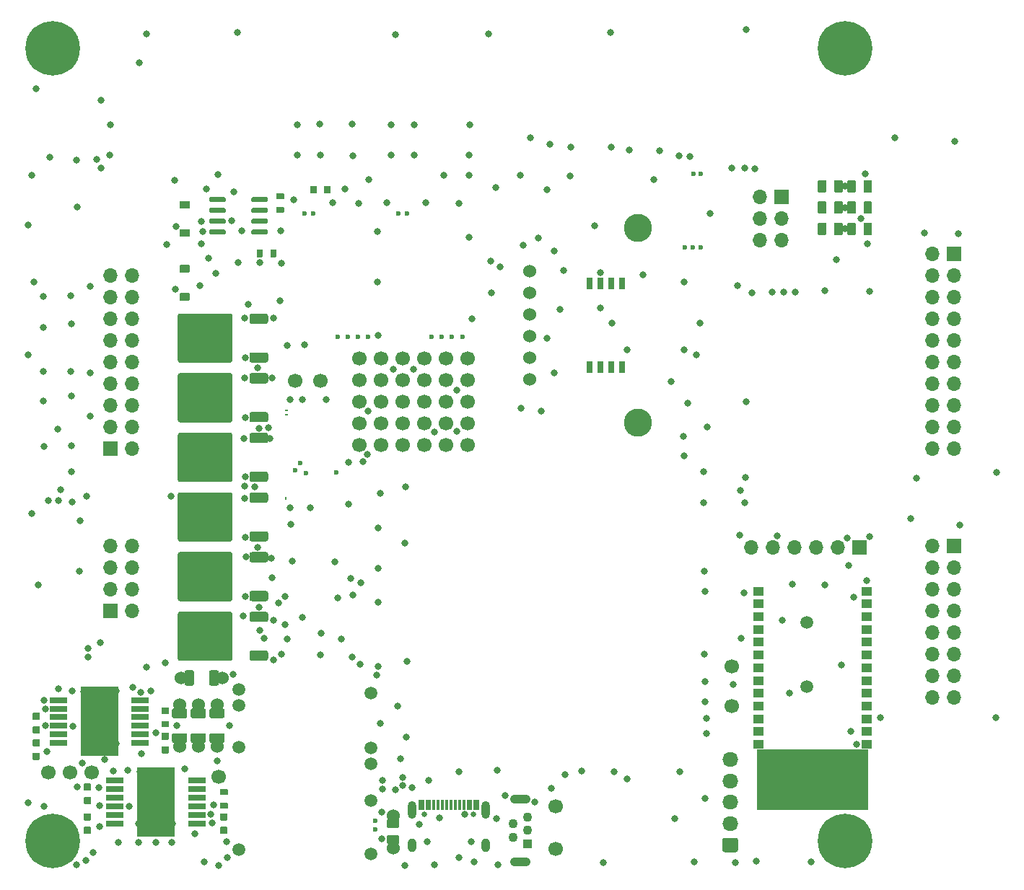
<source format=gts>
G04 #@! TF.GenerationSoftware,KiCad,Pcbnew,8.0.4*
G04 #@! TF.CreationDate,2024-10-18T14:39:33+02:00*
G04 #@! TF.ProjectId,uefi2,75656669-322e-46b6-9963-61645f706362,C*
G04 #@! TF.SameCoordinates,PX2fb21b8PY98952e8*
G04 #@! TF.FileFunction,Soldermask,Top*
G04 #@! TF.FilePolarity,Negative*
%FSLAX46Y46*%
G04 Gerber Fmt 4.6, Leading zero omitted, Abs format (unit mm)*
G04 Created by KiCad (PCBNEW 8.0.4) date 2024-10-18 14:39:33*
%MOMM*%
%LPD*%
G01*
G04 APERTURE LIST*
%ADD10C,0.120000*%
%ADD11C,1.700000*%
%ADD12C,0.800000*%
%ADD13C,6.400000*%
%ADD14C,1.524000*%
%ADD15O,1.850000X1.700000*%
%ADD16C,0.600000*%
%ADD17R,1.100000X1.100000*%
%ADD18C,1.100000*%
%ADD19O,2.400000X1.100000*%
%ADD20C,1.500000*%
%ADD21O,0.250000X0.499999*%
%ADD22O,0.499999X0.250000*%
%ADD23C,0.599999*%
%ADD24R,1.300000X1.000000*%
%ADD25R,2.000000X0.650000*%
%ADD26R,4.500000X8.100000*%
%ADD27C,0.650000*%
%ADD28R,0.300000X1.150000*%
%ADD29O,1.000000X2.100000*%
%ADD30O,1.000000X1.600000*%
%ADD31R,1.700000X1.700000*%
%ADD32O,1.700000X1.700000*%
%ADD33C,3.302000*%
%ADD34R,0.690000X1.350000*%
G04 APERTURE END LIST*
D10*
G04 #@! TO.C,U5*
X99137400Y7219600D02*
X86137400Y7219600D01*
X86137400Y14219600D01*
X99137400Y14219600D01*
X99137400Y7219600D01*
G36*
X99137400Y7219600D02*
G01*
X86137400Y7219600D01*
X86137400Y14219600D01*
X99137400Y14219600D01*
X99137400Y7219600D01*
G37*
G04 #@! TD*
G04 #@! TO.C,R40*
G36*
G01*
X96731778Y74686000D02*
X96731778Y75936000D01*
G75*
G02*
X96831778Y76036000I100000J0D01*
G01*
X97631778Y76036000D01*
G75*
G02*
X97731778Y75936000I0J-100000D01*
G01*
X97731778Y74686000D01*
G75*
G02*
X97631778Y74586000I-100000J0D01*
G01*
X96831778Y74586000D01*
G75*
G02*
X96731778Y74686000I0J100000D01*
G01*
G37*
G36*
G01*
X98631800Y74686000D02*
X98631800Y75936000D01*
G75*
G02*
X98731800Y76036000I100000J0D01*
G01*
X99531800Y76036000D01*
G75*
G02*
X99631800Y75936000I0J-100000D01*
G01*
X99631800Y74686000D01*
G75*
G02*
X99531800Y74586000I-100000J0D01*
G01*
X98731800Y74586000D01*
G75*
G02*
X98631800Y74686000I0J100000D01*
G01*
G37*
G04 #@! TD*
G04 #@! TO.C,U7*
G36*
G01*
X28762400Y75104600D02*
X28762400Y74804600D01*
G75*
G02*
X28612400Y74654600I-150000J0D01*
G01*
X26962400Y74654600D01*
G75*
G02*
X26812400Y74804600I0J150000D01*
G01*
X26812400Y75104600D01*
G75*
G02*
X26962400Y75254600I150000J0D01*
G01*
X28612400Y75254600D01*
G75*
G02*
X28762400Y75104600I0J-150000D01*
G01*
G37*
G36*
G01*
X28762400Y76374600D02*
X28762400Y76074600D01*
G75*
G02*
X28612400Y75924600I-150000J0D01*
G01*
X26962400Y75924600D01*
G75*
G02*
X26812400Y76074600I0J150000D01*
G01*
X26812400Y76374600D01*
G75*
G02*
X26962400Y76524600I150000J0D01*
G01*
X28612400Y76524600D01*
G75*
G02*
X28762400Y76374600I0J-150000D01*
G01*
G37*
G36*
G01*
X28762400Y77644600D02*
X28762400Y77344600D01*
G75*
G02*
X28612400Y77194600I-150000J0D01*
G01*
X26962400Y77194600D01*
G75*
G02*
X26812400Y77344600I0J150000D01*
G01*
X26812400Y77644600D01*
G75*
G02*
X26962400Y77794600I150000J0D01*
G01*
X28612400Y77794600D01*
G75*
G02*
X28762400Y77644600I0J-150000D01*
G01*
G37*
G36*
G01*
X28762400Y78914600D02*
X28762400Y78614600D01*
G75*
G02*
X28612400Y78464600I-150000J0D01*
G01*
X26962400Y78464600D01*
G75*
G02*
X26812400Y78614600I0J150000D01*
G01*
X26812400Y78914600D01*
G75*
G02*
X26962400Y79064600I150000J0D01*
G01*
X28612400Y79064600D01*
G75*
G02*
X28762400Y78914600I0J-150000D01*
G01*
G37*
G36*
G01*
X23812400Y78914600D02*
X23812400Y78614600D01*
G75*
G02*
X23662400Y78464600I-150000J0D01*
G01*
X22012400Y78464600D01*
G75*
G02*
X21862400Y78614600I0J150000D01*
G01*
X21862400Y78914600D01*
G75*
G02*
X22012400Y79064600I150000J0D01*
G01*
X23662400Y79064600D01*
G75*
G02*
X23812400Y78914600I0J-150000D01*
G01*
G37*
G36*
G01*
X23812400Y77644600D02*
X23812400Y77344600D01*
G75*
G02*
X23662400Y77194600I-150000J0D01*
G01*
X22012400Y77194600D01*
G75*
G02*
X21862400Y77344600I0J150000D01*
G01*
X21862400Y77644600D01*
G75*
G02*
X22012400Y77794600I150000J0D01*
G01*
X23662400Y77794600D01*
G75*
G02*
X23812400Y77644600I0J-150000D01*
G01*
G37*
G36*
G01*
X23812400Y76374600D02*
X23812400Y76074600D01*
G75*
G02*
X23662400Y75924600I-150000J0D01*
G01*
X22012400Y75924600D01*
G75*
G02*
X21862400Y76074600I0J150000D01*
G01*
X21862400Y76374600D01*
G75*
G02*
X22012400Y76524600I150000J0D01*
G01*
X23662400Y76524600D01*
G75*
G02*
X23812400Y76374600I0J-150000D01*
G01*
G37*
G36*
G01*
X23812400Y75104600D02*
X23812400Y74804600D01*
G75*
G02*
X23662400Y74654600I-150000J0D01*
G01*
X22012400Y74654600D01*
G75*
G02*
X21862400Y74804600I0J150000D01*
G01*
X21862400Y75104600D01*
G75*
G02*
X22012400Y75254600I150000J0D01*
G01*
X23662400Y75254600D01*
G75*
G02*
X23812400Y75104600I0J-150000D01*
G01*
G37*
G04 #@! TD*
G04 #@! TO.C,C24*
G36*
G01*
X7247400Y10209601D02*
X7927400Y10209601D01*
G75*
G02*
X8012400Y10124601I0J-85000D01*
G01*
X8012400Y9444601D01*
G75*
G02*
X7927400Y9359601I-85000J0D01*
G01*
X7247400Y9359601D01*
G75*
G02*
X7162400Y9444601I0J85000D01*
G01*
X7162400Y10124601D01*
G75*
G02*
X7247400Y10209601I85000J0D01*
G01*
G37*
G36*
G01*
X7247400Y8629599D02*
X7927400Y8629599D01*
G75*
G02*
X8012400Y8544599I0J-85000D01*
G01*
X8012400Y7864599D01*
G75*
G02*
X7927400Y7779599I-85000J0D01*
G01*
X7247400Y7779599D01*
G75*
G02*
X7162400Y7864599I0J85000D01*
G01*
X7162400Y8544599D01*
G75*
G02*
X7247400Y8629599I85000J0D01*
G01*
G37*
G04 #@! TD*
G04 #@! TO.C,R39*
G36*
G01*
X96731778Y77186000D02*
X96731778Y78436000D01*
G75*
G02*
X96831778Y78536000I100000J0D01*
G01*
X97631778Y78536000D01*
G75*
G02*
X97731778Y78436000I0J-100000D01*
G01*
X97731778Y77186000D01*
G75*
G02*
X97631778Y77086000I-100000J0D01*
G01*
X96831778Y77086000D01*
G75*
G02*
X96731778Y77186000I0J100000D01*
G01*
G37*
G36*
G01*
X98631800Y77186000D02*
X98631800Y78436000D01*
G75*
G02*
X98731800Y78536000I100000J0D01*
G01*
X99531800Y78536000D01*
G75*
G02*
X99631800Y78436000I0J-100000D01*
G01*
X99631800Y77186000D01*
G75*
G02*
X99531800Y77086000I-100000J0D01*
G01*
X98731800Y77086000D01*
G75*
G02*
X98631800Y77186000I0J100000D01*
G01*
G37*
G04 #@! TD*
G04 #@! TO.C,Q10*
G36*
G01*
X28787400Y39564600D02*
X28787400Y38864600D01*
G75*
G02*
X28537400Y38614600I-250000J0D01*
G01*
X26837400Y38614600D01*
G75*
G02*
X26587400Y38864600I0J250000D01*
G01*
X26587400Y39564600D01*
G75*
G02*
X26837400Y39814600I250000J0D01*
G01*
X28537400Y39814600D01*
G75*
G02*
X28787400Y39564600I0J-250000D01*
G01*
G37*
G36*
G01*
X24587400Y44144603D02*
X24587400Y38844597D01*
G75*
G02*
X24337403Y38594600I-249997J0D01*
G01*
X18437397Y38594600D01*
G75*
G02*
X18187400Y38844597I0J249997D01*
G01*
X18187400Y44144603D01*
G75*
G02*
X18437397Y44394600I249997J0D01*
G01*
X24337403Y44394600D01*
G75*
G02*
X24587400Y44144603I0J-249997D01*
G01*
G37*
G36*
G01*
X28787400Y44124600D02*
X28787400Y43424600D01*
G75*
G02*
X28537400Y43174600I-250000J0D01*
G01*
X26837400Y43174600D01*
G75*
G02*
X26587400Y43424600I0J250000D01*
G01*
X26587400Y44124600D01*
G75*
G02*
X26837400Y44374600I250000J0D01*
G01*
X28537400Y44374600D01*
G75*
G02*
X28787400Y44124600I0J-250000D01*
G01*
G37*
G04 #@! TD*
D11*
G04 #@! TO.C,P8*
X83187400Y19294600D03*
G04 #@! TD*
G04 #@! TO.C,Q7*
G36*
G01*
X28787400Y60564600D02*
X28787400Y59864600D01*
G75*
G02*
X28537400Y59614600I-250000J0D01*
G01*
X26837400Y59614600D01*
G75*
G02*
X26587400Y59864600I0J250000D01*
G01*
X26587400Y60564600D01*
G75*
G02*
X26837400Y60814600I250000J0D01*
G01*
X28537400Y60814600D01*
G75*
G02*
X28787400Y60564600I0J-250000D01*
G01*
G37*
G36*
G01*
X24587400Y65144603D02*
X24587400Y59844597D01*
G75*
G02*
X24337403Y59594600I-249997J0D01*
G01*
X18437397Y59594600D01*
G75*
G02*
X18187400Y59844597I0J249997D01*
G01*
X18187400Y65144603D01*
G75*
G02*
X18437397Y65394600I249997J0D01*
G01*
X24337403Y65394600D01*
G75*
G02*
X24587400Y65144603I0J-249997D01*
G01*
G37*
G36*
G01*
X28787400Y65124600D02*
X28787400Y64424600D01*
G75*
G02*
X28537400Y64174600I-250000J0D01*
G01*
X26837400Y64174600D01*
G75*
G02*
X26587400Y64424600I0J250000D01*
G01*
X26587400Y65124600D01*
G75*
G02*
X26837400Y65374600I250000J0D01*
G01*
X28537400Y65374600D01*
G75*
G02*
X28787400Y65124600I0J-250000D01*
G01*
G37*
G04 #@! TD*
G04 #@! TO.C,Q8*
G36*
G01*
X28787400Y53564600D02*
X28787400Y52864600D01*
G75*
G02*
X28537400Y52614600I-250000J0D01*
G01*
X26837400Y52614600D01*
G75*
G02*
X26587400Y52864600I0J250000D01*
G01*
X26587400Y53564600D01*
G75*
G02*
X26837400Y53814600I250000J0D01*
G01*
X28537400Y53814600D01*
G75*
G02*
X28787400Y53564600I0J-250000D01*
G01*
G37*
G36*
G01*
X24587400Y58144603D02*
X24587400Y52844597D01*
G75*
G02*
X24337403Y52594600I-249997J0D01*
G01*
X18437397Y52594600D01*
G75*
G02*
X18187400Y52844597I0J249997D01*
G01*
X18187400Y58144603D01*
G75*
G02*
X18437397Y58394600I249997J0D01*
G01*
X24337403Y58394600D01*
G75*
G02*
X24587400Y58144603I0J-249997D01*
G01*
G37*
G36*
G01*
X28787400Y58124600D02*
X28787400Y57424600D01*
G75*
G02*
X28537400Y57174600I-250000J0D01*
G01*
X26837400Y57174600D01*
G75*
G02*
X26587400Y57424600I0J250000D01*
G01*
X26587400Y58124600D01*
G75*
G02*
X26837400Y58374600I250000J0D01*
G01*
X28537400Y58374600D01*
G75*
G02*
X28787400Y58124600I0J-250000D01*
G01*
G37*
G04 #@! TD*
G04 #@! TO.C,P1*
X31987400Y57494600D03*
G04 #@! TD*
G04 #@! TO.C,C26*
G36*
G01*
X23247400Y6709601D02*
X23927400Y6709601D01*
G75*
G02*
X24012400Y6624601I0J-85000D01*
G01*
X24012400Y5944601D01*
G75*
G02*
X23927400Y5859601I-85000J0D01*
G01*
X23247400Y5859601D01*
G75*
G02*
X23162400Y5944601I0J85000D01*
G01*
X23162400Y6624601D01*
G75*
G02*
X23247400Y6709601I85000J0D01*
G01*
G37*
G36*
G01*
X23247400Y5129599D02*
X23927400Y5129599D01*
G75*
G02*
X24012400Y5044599I0J-85000D01*
G01*
X24012400Y4364599D01*
G75*
G02*
X23927400Y4279599I-85000J0D01*
G01*
X23247400Y4279599D01*
G75*
G02*
X23162400Y4364599I0J85000D01*
G01*
X23162400Y5044599D01*
G75*
G02*
X23247400Y5129599I85000J0D01*
G01*
G37*
G04 #@! TD*
G04 #@! TO.C,R1*
G36*
G01*
X36069897Y80309600D02*
X36069897Y79529600D01*
G75*
G02*
X35999897Y79459600I-70000J0D01*
G01*
X35439897Y79459600D01*
G75*
G02*
X35369897Y79529600I0J70000D01*
G01*
X35369897Y80309600D01*
G75*
G02*
X35439897Y80379600I70000J0D01*
G01*
X35999897Y80379600D01*
G75*
G02*
X36069897Y80309600I0J-70000D01*
G01*
G37*
G36*
G01*
X34469897Y80309600D02*
X34469897Y79529600D01*
G75*
G02*
X34399897Y79459600I-70000J0D01*
G01*
X33839897Y79459600D01*
G75*
G02*
X33769897Y79529600I0J70000D01*
G01*
X33769897Y80309600D01*
G75*
G02*
X33839897Y80379600I70000J0D01*
G01*
X34399897Y80379600D01*
G75*
G02*
X34469897Y80309600I0J-70000D01*
G01*
G37*
G04 #@! TD*
G04 #@! TO.C,P2*
X34887400Y57494600D03*
G04 #@! TD*
G04 #@! TO.C,C13*
G36*
G01*
X16372400Y16169601D02*
X17052400Y16169601D01*
G75*
G02*
X17137400Y16084601I0J-85000D01*
G01*
X17137400Y15404601D01*
G75*
G02*
X17052400Y15319601I-85000J0D01*
G01*
X16372400Y15319601D01*
G75*
G02*
X16287400Y15404601I0J85000D01*
G01*
X16287400Y16084601D01*
G75*
G02*
X16372400Y16169601I85000J0D01*
G01*
G37*
G36*
G01*
X16372400Y14589599D02*
X17052400Y14589599D01*
G75*
G02*
X17137400Y14504599I0J-85000D01*
G01*
X17137400Y13824599D01*
G75*
G02*
X17052400Y13739599I-85000J0D01*
G01*
X16372400Y13739599D01*
G75*
G02*
X16287400Y13824599I0J85000D01*
G01*
X16287400Y14504599D01*
G75*
G02*
X16372400Y14589599I85000J0D01*
G01*
G37*
G04 #@! TD*
G04 #@! TO.C,P15*
X5527400Y11494600D03*
G04 #@! TD*
D12*
G04 #@! TO.C,H1*
X1087400Y96494600D03*
X1790344Y98191656D03*
X1790344Y94797544D03*
X3487400Y98894600D03*
D13*
X3487400Y96494600D03*
D12*
X3487400Y94094600D03*
X5184456Y98191656D03*
X5184456Y94797544D03*
X5887400Y96494600D03*
G04 #@! TD*
G04 #@! TO.C,H4*
X94087400Y96494600D03*
X94790344Y98191656D03*
X94790344Y94797544D03*
X96487400Y98894600D03*
D13*
X96487400Y96494600D03*
D12*
X96487400Y94094600D03*
X98184456Y98191656D03*
X98184456Y94797544D03*
X98887400Y96494600D03*
G04 #@! TD*
D14*
G04 #@! TO.C,F4*
X18387400Y19444600D03*
G36*
G01*
X17487400Y18099610D02*
X17487400Y18789610D01*
G75*
G02*
X17717400Y19019610I230000J0D01*
G01*
X19057400Y19019610D01*
G75*
G02*
X19287400Y18789610I0J-230000D01*
G01*
X19287400Y18099610D01*
G75*
G02*
X19057400Y17869610I-230000J0D01*
G01*
X17717400Y17869610D01*
G75*
G02*
X17487400Y18099610I0J230000D01*
G01*
G37*
G36*
G01*
X17487400Y15199590D02*
X17487400Y15889590D01*
G75*
G02*
X17717400Y16119590I230000J0D01*
G01*
X19057400Y16119590D01*
G75*
G02*
X19287400Y15889590I0J-230000D01*
G01*
X19287400Y15199590D01*
G75*
G02*
X19057400Y14969590I-230000J0D01*
G01*
X17717400Y14969590D01*
G75*
G02*
X17487400Y15199590I0J230000D01*
G01*
G37*
X18387400Y14544600D03*
G04 #@! TD*
G04 #@! TO.C,R37*
G36*
G01*
X93281778Y74686000D02*
X93281778Y75936000D01*
G75*
G02*
X93381778Y76036000I100000J0D01*
G01*
X94181778Y76036000D01*
G75*
G02*
X94281778Y75936000I0J-100000D01*
G01*
X94281778Y74686000D01*
G75*
G02*
X94181778Y74586000I-100000J0D01*
G01*
X93381778Y74586000D01*
G75*
G02*
X93281778Y74686000I0J100000D01*
G01*
G37*
G36*
G01*
X95181800Y74686000D02*
X95181800Y75936000D01*
G75*
G02*
X95281800Y76036000I100000J0D01*
G01*
X96081800Y76036000D01*
G75*
G02*
X96181800Y75936000I0J-100000D01*
G01*
X96181800Y74686000D01*
G75*
G02*
X96081800Y74586000I-100000J0D01*
G01*
X95281800Y74586000D01*
G75*
G02*
X95181800Y74686000I0J100000D01*
G01*
G37*
G04 #@! TD*
G04 #@! TO.C,C11*
G36*
G01*
X1247400Y18509601D02*
X1927400Y18509601D01*
G75*
G02*
X2012400Y18424601I0J-85000D01*
G01*
X2012400Y17744601D01*
G75*
G02*
X1927400Y17659601I-85000J0D01*
G01*
X1247400Y17659601D01*
G75*
G02*
X1162400Y17744601I0J85000D01*
G01*
X1162400Y18424601D01*
G75*
G02*
X1247400Y18509601I85000J0D01*
G01*
G37*
G36*
G01*
X1247400Y16929599D02*
X1927400Y16929599D01*
G75*
G02*
X2012400Y16844599I0J-85000D01*
G01*
X2012400Y16164599D01*
G75*
G02*
X1927400Y16079599I-85000J0D01*
G01*
X1247400Y16079599D01*
G75*
G02*
X1162400Y16164599I0J85000D01*
G01*
X1162400Y16844599D01*
G75*
G02*
X1247400Y16929599I85000J0D01*
G01*
G37*
G04 #@! TD*
G04 #@! TO.C,J7*
G36*
G01*
X83662400Y2144600D02*
X82312400Y2144600D01*
G75*
G02*
X82062400Y2394600I0J250000D01*
G01*
X82062400Y3594600D01*
G75*
G02*
X82312400Y3844600I250000J0D01*
G01*
X83662400Y3844600D01*
G75*
G02*
X83912400Y3594600I0J-250000D01*
G01*
X83912400Y2394600D01*
G75*
G02*
X83662400Y2144600I-250000J0D01*
G01*
G37*
D15*
X82987400Y5494600D03*
X82987400Y7994600D03*
X82987400Y10494600D03*
X82987400Y12994600D03*
G04 #@! TD*
D11*
G04 #@! TO.C,P4*
X62487400Y7494600D03*
G04 #@! TD*
D12*
G04 #@! TO.C,H2*
X1087400Y3494600D03*
X1790344Y5191656D03*
X1790344Y1797544D03*
X3487400Y5894600D03*
D13*
X3487400Y3494600D03*
D12*
X3487400Y1094600D03*
X5184456Y5191656D03*
X5184456Y1797544D03*
X5887400Y3494600D03*
G04 #@! TD*
D16*
G04 #@! TO.C,M3*
X49162400Y62669600D03*
X47962400Y62669600D03*
X50362400Y62669600D03*
X51562400Y62669600D03*
X45102400Y77094600D03*
X44102400Y77094600D03*
G04 #@! TD*
G04 #@! TO.C,R10*
G36*
G01*
X29737400Y72834600D02*
X29737400Y72054600D01*
G75*
G02*
X29667400Y71984600I-70000J0D01*
G01*
X29107400Y71984600D01*
G75*
G02*
X29037400Y72054600I0J70000D01*
G01*
X29037400Y72834600D01*
G75*
G02*
X29107400Y72904600I70000J0D01*
G01*
X29667400Y72904600D01*
G75*
G02*
X29737400Y72834600I0J-70000D01*
G01*
G37*
G36*
G01*
X28137400Y72834600D02*
X28137400Y72054600D01*
G75*
G02*
X28067400Y71984600I-70000J0D01*
G01*
X27507400Y71984600D01*
G75*
G02*
X27437400Y72054600I0J70000D01*
G01*
X27437400Y72834600D01*
G75*
G02*
X27507400Y72904600I70000J0D01*
G01*
X28067400Y72904600D01*
G75*
G02*
X28137400Y72834600I0J-70000D01*
G01*
G37*
G04 #@! TD*
D11*
G04 #@! TO.C,P17*
X2987400Y11494600D03*
G04 #@! TD*
D17*
G04 #@! TO.C,J8*
X59237400Y3094600D03*
D18*
X57487400Y3894600D03*
X59237400Y4694600D03*
X57487400Y5494600D03*
X59237400Y6294600D03*
D19*
X58362400Y1044600D03*
X58362400Y8344600D03*
G04 #@! TD*
D14*
G04 #@! TO.C,F3*
X20587400Y19444600D03*
G36*
G01*
X19687400Y18099610D02*
X19687400Y18789610D01*
G75*
G02*
X19917400Y19019610I230000J0D01*
G01*
X21257400Y19019610D01*
G75*
G02*
X21487400Y18789610I0J-230000D01*
G01*
X21487400Y18099610D01*
G75*
G02*
X21257400Y17869610I-230000J0D01*
G01*
X19917400Y17869610D01*
G75*
G02*
X19687400Y18099610I0J230000D01*
G01*
G37*
G36*
G01*
X19687400Y15199590D02*
X19687400Y15889590D01*
G75*
G02*
X19917400Y16119590I230000J0D01*
G01*
X21257400Y16119590D01*
G75*
G02*
X21487400Y15889590I0J-230000D01*
G01*
X21487400Y15199590D01*
G75*
G02*
X21257400Y14969590I-230000J0D01*
G01*
X19917400Y14969590D01*
G75*
G02*
X19687400Y15199590I0J230000D01*
G01*
G37*
X20587400Y14544600D03*
G04 #@! TD*
D16*
G04 #@! TO.C,M2*
X79562399Y73119600D03*
X78612399Y73119600D03*
X77662401Y73119600D03*
X78662399Y81819600D03*
X79562399Y81819600D03*
G04 #@! TD*
G04 #@! TO.C,C25*
G36*
G01*
X7927400Y4279599D02*
X7247400Y4279599D01*
G75*
G02*
X7162400Y4364599I0J85000D01*
G01*
X7162400Y5044599D01*
G75*
G02*
X7247400Y5129599I85000J0D01*
G01*
X7927400Y5129599D01*
G75*
G02*
X8012400Y5044599I0J-85000D01*
G01*
X8012400Y4364599D01*
G75*
G02*
X7927400Y4279599I-85000J0D01*
G01*
G37*
G36*
G01*
X7927400Y5859601D02*
X7247400Y5859601D01*
G75*
G02*
X7162400Y5944601I0J85000D01*
G01*
X7162400Y6624601D01*
G75*
G02*
X7247400Y6709601I85000J0D01*
G01*
X7927400Y6709601D01*
G75*
G02*
X8012400Y6624601I0J-85000D01*
G01*
X8012400Y5944601D01*
G75*
G02*
X7927400Y5859601I-85000J0D01*
G01*
G37*
G04 #@! TD*
D11*
G04 #@! TO.C,P18*
X22987400Y10994600D03*
G04 #@! TD*
D20*
G04 #@! TO.C,M1*
X40862395Y20819599D03*
X40862395Y14419602D03*
X40862395Y12519599D03*
X40862395Y8219599D03*
D16*
X41312394Y5819602D03*
X41312394Y4819601D03*
D20*
X40862395Y1969599D03*
X25362398Y21269601D03*
X25362398Y19419602D03*
X25362398Y14469599D03*
X25362398Y2419601D03*
G04 #@! TD*
G04 #@! TO.C,Q12*
G36*
G01*
X28787400Y25564600D02*
X28787400Y24864600D01*
G75*
G02*
X28537400Y24614600I-250000J0D01*
G01*
X26837400Y24614600D01*
G75*
G02*
X26587400Y24864600I0J250000D01*
G01*
X26587400Y25564600D01*
G75*
G02*
X26837400Y25814600I250000J0D01*
G01*
X28537400Y25814600D01*
G75*
G02*
X28787400Y25564600I0J-250000D01*
G01*
G37*
G36*
G01*
X24587400Y30144603D02*
X24587400Y24844597D01*
G75*
G02*
X24337403Y24594600I-249997J0D01*
G01*
X18437397Y24594600D01*
G75*
G02*
X18187400Y24844597I0J249997D01*
G01*
X18187400Y30144603D01*
G75*
G02*
X18437397Y30394600I249997J0D01*
G01*
X24337403Y30394600D01*
G75*
G02*
X24587400Y30144603I0J-249997D01*
G01*
G37*
G36*
G01*
X28787400Y30124600D02*
X28787400Y29424600D01*
G75*
G02*
X28537400Y29174600I-250000J0D01*
G01*
X26837400Y29174600D01*
G75*
G02*
X26587400Y29424600I0J250000D01*
G01*
X26587400Y30124600D01*
G75*
G02*
X26837400Y30374600I250000J0D01*
G01*
X28537400Y30374600D01*
G75*
G02*
X28787400Y30124600I0J-250000D01*
G01*
G37*
G04 #@! TD*
D21*
G04 #@! TO.C,M7*
X30887403Y43669605D03*
D22*
X30937401Y54019599D03*
X30937401Y53519598D03*
D23*
X31987399Y46969601D03*
X32512399Y47844603D03*
X33262397Y46669599D03*
X36812398Y46744602D03*
G04 #@! TD*
G04 #@! TO.C,R9*
G36*
G01*
X16322400Y19104600D02*
X17102400Y19104600D01*
G75*
G02*
X17172400Y19034600I0J-70000D01*
G01*
X17172400Y18474600D01*
G75*
G02*
X17102400Y18404600I-70000J0D01*
G01*
X16322400Y18404600D01*
G75*
G02*
X16252400Y18474600I0J70000D01*
G01*
X16252400Y19034600D01*
G75*
G02*
X16322400Y19104600I70000J0D01*
G01*
G37*
G36*
G01*
X16322400Y17504600D02*
X17102400Y17504600D01*
G75*
G02*
X17172400Y17434600I0J-70000D01*
G01*
X17172400Y16874600D01*
G75*
G02*
X17102400Y16804600I-70000J0D01*
G01*
X16322400Y16804600D01*
G75*
G02*
X16252400Y16874600I0J70000D01*
G01*
X16252400Y17434600D01*
G75*
G02*
X16322400Y17504600I70000J0D01*
G01*
G37*
G04 #@! TD*
G04 #@! TO.C,Q9*
G36*
G01*
X28787400Y46564600D02*
X28787400Y45864600D01*
G75*
G02*
X28537400Y45614600I-250000J0D01*
G01*
X26837400Y45614600D01*
G75*
G02*
X26587400Y45864600I0J250000D01*
G01*
X26587400Y46564600D01*
G75*
G02*
X26837400Y46814600I250000J0D01*
G01*
X28537400Y46814600D01*
G75*
G02*
X28787400Y46564600I0J-250000D01*
G01*
G37*
G36*
G01*
X24587400Y51144603D02*
X24587400Y45844597D01*
G75*
G02*
X24337403Y45594600I-249997J0D01*
G01*
X18437397Y45594600D01*
G75*
G02*
X18187400Y45844597I0J249997D01*
G01*
X18187400Y51144603D01*
G75*
G02*
X18437397Y51394600I249997J0D01*
G01*
X24337403Y51394600D01*
G75*
G02*
X24587400Y51144603I0J-249997D01*
G01*
G37*
G36*
G01*
X28787400Y51124600D02*
X28787400Y50424600D01*
G75*
G02*
X28537400Y50174600I-250000J0D01*
G01*
X26837400Y50174600D01*
G75*
G02*
X26587400Y50424600I0J250000D01*
G01*
X26587400Y51124600D01*
G75*
G02*
X26837400Y51374600I250000J0D01*
G01*
X28537400Y51374600D01*
G75*
G02*
X28787400Y51124600I0J-250000D01*
G01*
G37*
G04 #@! TD*
D24*
G04 #@! TO.C,U5*
X98987400Y14794600D03*
X98987400Y16294600D03*
X98987400Y17794600D03*
X98987400Y19294600D03*
X98987400Y20794600D03*
X98987400Y22294600D03*
X98987400Y23794600D03*
X98987400Y25294600D03*
X98987400Y26794600D03*
X98987400Y28294600D03*
X98987400Y29794600D03*
X98987400Y31294600D03*
X98987400Y32794600D03*
X86287400Y32794600D03*
X86287400Y31294600D03*
X86287400Y29794600D03*
X86287400Y28294600D03*
X86287400Y26794600D03*
X86287400Y25294600D03*
X86287400Y23794600D03*
X86287400Y22294600D03*
X86287400Y20794600D03*
X86287400Y19294600D03*
X86287400Y17794600D03*
X86287400Y16294600D03*
X86287400Y14794600D03*
G04 #@! TD*
G04 #@! TO.C,R35*
G36*
G01*
X93281778Y79686000D02*
X93281778Y80936000D01*
G75*
G02*
X93381778Y81036000I100000J0D01*
G01*
X94181778Y81036000D01*
G75*
G02*
X94281778Y80936000I0J-100000D01*
G01*
X94281778Y79686000D01*
G75*
G02*
X94181778Y79586000I-100000J0D01*
G01*
X93381778Y79586000D01*
G75*
G02*
X93281778Y79686000I0J100000D01*
G01*
G37*
G36*
G01*
X95181800Y79686000D02*
X95181800Y80936000D01*
G75*
G02*
X95281800Y81036000I100000J0D01*
G01*
X96081800Y81036000D01*
G75*
G02*
X96181800Y80936000I0J-100000D01*
G01*
X96181800Y79686000D01*
G75*
G02*
X96081800Y79586000I-100000J0D01*
G01*
X95281800Y79586000D01*
G75*
G02*
X95181800Y79686000I0J100000D01*
G01*
G37*
G04 #@! TD*
D14*
G04 #@! TO.C,F1*
X22787400Y19444600D03*
G36*
G01*
X21887400Y18099610D02*
X21887400Y18789610D01*
G75*
G02*
X22117400Y19019610I230000J0D01*
G01*
X23457400Y19019610D01*
G75*
G02*
X23687400Y18789610I0J-230000D01*
G01*
X23687400Y18099610D01*
G75*
G02*
X23457400Y17869610I-230000J0D01*
G01*
X22117400Y17869610D01*
G75*
G02*
X21887400Y18099610I0J230000D01*
G01*
G37*
G36*
G01*
X21887400Y15199590D02*
X21887400Y15889590D01*
G75*
G02*
X22117400Y16119590I230000J0D01*
G01*
X23457400Y16119590D01*
G75*
G02*
X23687400Y15889590I0J-230000D01*
G01*
X23687400Y15199590D01*
G75*
G02*
X23457400Y14969590I-230000J0D01*
G01*
X22117400Y14969590D01*
G75*
G02*
X21887400Y15199590I0J230000D01*
G01*
G37*
X22787400Y14544600D03*
G04 #@! TD*
D11*
G04 #@! TO.C,G3*
X39487400Y49954600D03*
X39487400Y52494600D03*
X39487400Y55034600D03*
X39487400Y57574600D03*
X39487400Y60114600D03*
X42027400Y49954600D03*
X42027400Y52494600D03*
X42027400Y55034600D03*
X42027400Y57574600D03*
X42027400Y60114600D03*
X44567400Y49954600D03*
X44567400Y52494600D03*
X44567400Y55034600D03*
X44567400Y57574600D03*
X44567400Y60114600D03*
G04 #@! TD*
G04 #@! TO.C,P3*
X62487400Y2494600D03*
G04 #@! TD*
D14*
G04 #@! TO.C,R4*
X43462009Y6469209D03*
G36*
G01*
X42837009Y6014210D02*
X44087009Y6014210D01*
G75*
G02*
X44187009Y5914210I0J-100000D01*
G01*
X44187009Y5114210D01*
G75*
G02*
X44087009Y5014210I-100000J0D01*
G01*
X42837009Y5014210D01*
G75*
G02*
X42737009Y5114210I0J100000D01*
G01*
X42737009Y5914210D01*
G75*
G02*
X42837009Y6014210I100000J0D01*
G01*
G37*
G36*
G01*
X42837009Y4114188D02*
X44087009Y4114188D01*
G75*
G02*
X44187009Y4014188I0J-100000D01*
G01*
X44187009Y3214188D01*
G75*
G02*
X44087009Y3114188I-100000J0D01*
G01*
X42837009Y3114188D01*
G75*
G02*
X42737009Y3214188I0J100000D01*
G01*
X42737009Y4014188D01*
G75*
G02*
X42837009Y4114188I100000J0D01*
G01*
G37*
X43462009Y2659209D03*
G04 #@! TD*
G04 #@! TO.C,R11*
G36*
G01*
X29797400Y79494600D02*
X30577400Y79494600D01*
G75*
G02*
X30647400Y79424600I0J-70000D01*
G01*
X30647400Y78864600D01*
G75*
G02*
X30577400Y78794600I-70000J0D01*
G01*
X29797400Y78794600D01*
G75*
G02*
X29727400Y78864600I0J70000D01*
G01*
X29727400Y79424600D01*
G75*
G02*
X29797400Y79494600I70000J0D01*
G01*
G37*
G36*
G01*
X29797400Y77894600D02*
X30577400Y77894600D01*
G75*
G02*
X30647400Y77824600I0J-70000D01*
G01*
X30647400Y77264600D01*
G75*
G02*
X30577400Y77194600I-70000J0D01*
G01*
X29797400Y77194600D01*
G75*
G02*
X29727400Y77264600I0J70000D01*
G01*
X29727400Y77824600D01*
G75*
G02*
X29797400Y77894600I70000J0D01*
G01*
G37*
G04 #@! TD*
G04 #@! TO.C,D3*
G36*
G01*
X19497400Y74394600D02*
X18477400Y74394600D01*
G75*
G02*
X18387400Y74484600I0J90000D01*
G01*
X18387400Y75204600D01*
G75*
G02*
X18477400Y75294600I90000J0D01*
G01*
X19497400Y75294600D01*
G75*
G02*
X19587400Y75204600I0J-90000D01*
G01*
X19587400Y74484600D01*
G75*
G02*
X19497400Y74394600I-90000J0D01*
G01*
G37*
G36*
G01*
X19497400Y77694600D02*
X18477400Y77694600D01*
G75*
G02*
X18387400Y77784600I0J90000D01*
G01*
X18387400Y78504600D01*
G75*
G02*
X18477400Y78594600I90000J0D01*
G01*
X19497400Y78594600D01*
G75*
G02*
X19587400Y78504600I0J-90000D01*
G01*
X19587400Y77784600D01*
G75*
G02*
X19497400Y77694600I-90000J0D01*
G01*
G37*
G04 #@! TD*
G04 #@! TO.C,R38*
G36*
G01*
X96731778Y79686000D02*
X96731778Y80936000D01*
G75*
G02*
X96831778Y81036000I100000J0D01*
G01*
X97631778Y81036000D01*
G75*
G02*
X97731778Y80936000I0J-100000D01*
G01*
X97731778Y79686000D01*
G75*
G02*
X97631778Y79586000I-100000J0D01*
G01*
X96831778Y79586000D01*
G75*
G02*
X96731778Y79686000I0J100000D01*
G01*
G37*
G36*
G01*
X98631800Y79686000D02*
X98631800Y80936000D01*
G75*
G02*
X98731800Y81036000I100000J0D01*
G01*
X99531800Y81036000D01*
G75*
G02*
X99631800Y80936000I0J-100000D01*
G01*
X99631800Y79686000D01*
G75*
G02*
X99531800Y79586000I-100000J0D01*
G01*
X98731800Y79586000D01*
G75*
G02*
X98631800Y79686000I0J100000D01*
G01*
G37*
G04 #@! TD*
G04 #@! TO.C,R36*
G36*
G01*
X93281778Y77186000D02*
X93281778Y78436000D01*
G75*
G02*
X93381778Y78536000I100000J0D01*
G01*
X94181778Y78536000D01*
G75*
G02*
X94281778Y78436000I0J-100000D01*
G01*
X94281778Y77186000D01*
G75*
G02*
X94181778Y77086000I-100000J0D01*
G01*
X93381778Y77086000D01*
G75*
G02*
X93281778Y77186000I0J100000D01*
G01*
G37*
G36*
G01*
X95181800Y77186000D02*
X95181800Y78436000D01*
G75*
G02*
X95281800Y78536000I100000J0D01*
G01*
X96081800Y78536000D01*
G75*
G02*
X96181800Y78436000I0J-100000D01*
G01*
X96181800Y77186000D01*
G75*
G02*
X96081800Y77086000I-100000J0D01*
G01*
X95281800Y77086000D01*
G75*
G02*
X95181800Y77186000I0J100000D01*
G01*
G37*
G04 #@! TD*
D25*
G04 #@! TO.C,U1*
X4187400Y19994600D03*
X4187400Y18994600D03*
X4187400Y17994600D03*
X4187400Y16994600D03*
X4187400Y15994600D03*
X4187400Y14994600D03*
X13787400Y14994600D03*
X13787400Y15994600D03*
X13787400Y16994600D03*
X13787400Y17994600D03*
X13787400Y18994600D03*
X13787400Y19994600D03*
D26*
X8987400Y17494600D03*
G04 #@! TD*
D25*
G04 #@! TO.C,U2*
X10812400Y10534600D03*
X10812400Y9534600D03*
X10812400Y8534600D03*
X10812400Y7534600D03*
X10812400Y6534600D03*
X10812400Y5534600D03*
X20412400Y5534600D03*
X20412400Y6534600D03*
X20412400Y7534600D03*
X20412400Y8534600D03*
X20412400Y9534600D03*
X20412400Y10534600D03*
D26*
X15612400Y8034600D03*
G04 #@! TD*
D11*
G04 #@! TO.C,P7*
X83187400Y23994600D03*
G04 #@! TD*
G04 #@! TO.C,Q11*
G36*
G01*
X28787400Y32564600D02*
X28787400Y31864600D01*
G75*
G02*
X28537400Y31614600I-250000J0D01*
G01*
X26837400Y31614600D01*
G75*
G02*
X26587400Y31864600I0J250000D01*
G01*
X26587400Y32564600D01*
G75*
G02*
X26837400Y32814600I250000J0D01*
G01*
X28537400Y32814600D01*
G75*
G02*
X28787400Y32564600I0J-250000D01*
G01*
G37*
G36*
G01*
X24587400Y37144603D02*
X24587400Y31844597D01*
G75*
G02*
X24337403Y31594600I-249997J0D01*
G01*
X18437397Y31594600D01*
G75*
G02*
X18187400Y31844597I0J249997D01*
G01*
X18187400Y37144603D01*
G75*
G02*
X18437397Y37394600I249997J0D01*
G01*
X24337403Y37394600D01*
G75*
G02*
X24587400Y37144603I0J-249997D01*
G01*
G37*
G36*
G01*
X28787400Y37124600D02*
X28787400Y36424600D01*
G75*
G02*
X28537400Y36174600I-250000J0D01*
G01*
X26837400Y36174600D01*
G75*
G02*
X26587400Y36424600I0J250000D01*
G01*
X26587400Y37124600D01*
G75*
G02*
X26837400Y37374600I250000J0D01*
G01*
X28537400Y37374600D01*
G75*
G02*
X28787400Y37124600I0J-250000D01*
G01*
G37*
G04 #@! TD*
D27*
G04 #@! TO.C,J9*
X47097400Y6599600D03*
X52877400Y6599600D03*
D28*
X46637400Y7664600D03*
X47437400Y7664600D03*
X48737400Y7664600D03*
X49737400Y7664600D03*
X50237400Y7664600D03*
X51237400Y7664600D03*
X52537400Y7664600D03*
X53337400Y7664600D03*
X53037400Y7664600D03*
X52237400Y7664600D03*
X51737400Y7664600D03*
X50737400Y7664600D03*
X49237400Y7664600D03*
X48237400Y7664600D03*
X47737400Y7664600D03*
X46937400Y7664600D03*
D29*
X45667400Y7099600D03*
D30*
X45667400Y2919600D03*
D29*
X54307400Y7099600D03*
D30*
X54307400Y2919600D03*
G04 #@! TD*
D12*
G04 #@! TO.C,H3*
X94087400Y3494600D03*
X94790344Y5191656D03*
X94790344Y1797544D03*
X96487400Y5894600D03*
D13*
X96487400Y3494600D03*
D12*
X96487400Y1094600D03*
X98184456Y5191656D03*
X98184456Y1797544D03*
X98887400Y3494600D03*
G04 #@! TD*
D16*
G04 #@! TO.C,M4*
X38112400Y62669600D03*
X36912400Y62669600D03*
X39312400Y62669600D03*
X40512400Y62669600D03*
X34052400Y77094600D03*
X33052400Y77094600D03*
G04 #@! TD*
D14*
G04 #@! TO.C,F2*
X18537400Y22594600D03*
G36*
G01*
X19882390Y21694600D02*
X19192390Y21694600D01*
G75*
G02*
X18962390Y21924600I0J230000D01*
G01*
X18962390Y23264600D01*
G75*
G02*
X19192390Y23494600I230000J0D01*
G01*
X19882390Y23494600D01*
G75*
G02*
X20112390Y23264600I0J-230000D01*
G01*
X20112390Y21924600D01*
G75*
G02*
X19882390Y21694600I-230000J0D01*
G01*
G37*
G36*
G01*
X22782410Y21694600D02*
X22092410Y21694600D01*
G75*
G02*
X21862410Y21924600I0J230000D01*
G01*
X21862410Y23264600D01*
G75*
G02*
X22092410Y23494600I230000J0D01*
G01*
X22782410Y23494600D01*
G75*
G02*
X23012410Y23264600I0J-230000D01*
G01*
X23012410Y21924600D01*
G75*
G02*
X22782410Y21694600I-230000J0D01*
G01*
G37*
X23437400Y22594600D03*
G04 #@! TD*
G04 #@! TO.C,D5*
G36*
G01*
X19497400Y66894600D02*
X18477400Y66894600D01*
G75*
G02*
X18387400Y66984600I0J90000D01*
G01*
X18387400Y67704600D01*
G75*
G02*
X18477400Y67794600I90000J0D01*
G01*
X19497400Y67794600D01*
G75*
G02*
X19587400Y67704600I0J-90000D01*
G01*
X19587400Y66984600D01*
G75*
G02*
X19497400Y66894600I-90000J0D01*
G01*
G37*
G36*
G01*
X19497400Y70194600D02*
X18477400Y70194600D01*
G75*
G02*
X18387400Y70284600I0J90000D01*
G01*
X18387400Y71004600D01*
G75*
G02*
X18477400Y71094600I90000J0D01*
G01*
X19497400Y71094600D01*
G75*
G02*
X19587400Y71004600I0J-90000D01*
G01*
X19587400Y70284600D01*
G75*
G02*
X19497400Y70194600I-90000J0D01*
G01*
G37*
G04 #@! TD*
D31*
G04 #@! TO.C,J6*
X98137400Y37894600D03*
D32*
X95597400Y37894600D03*
X93057400Y37894600D03*
X90517400Y37894600D03*
X87977400Y37894600D03*
X85437400Y37894600D03*
G04 #@! TD*
G04 #@! TO.C,R14*
G36*
G01*
X23197400Y9544600D02*
X23977400Y9544600D01*
G75*
G02*
X24047400Y9474600I0J-70000D01*
G01*
X24047400Y8914600D01*
G75*
G02*
X23977400Y8844600I-70000J0D01*
G01*
X23197400Y8844600D01*
G75*
G02*
X23127400Y8914600I0J70000D01*
G01*
X23127400Y9474600D01*
G75*
G02*
X23197400Y9544600I70000J0D01*
G01*
G37*
G36*
G01*
X23197400Y7944600D02*
X23977400Y7944600D01*
G75*
G02*
X24047400Y7874600I0J-70000D01*
G01*
X24047400Y7314600D01*
G75*
G02*
X23977400Y7244600I-70000J0D01*
G01*
X23197400Y7244600D01*
G75*
G02*
X23127400Y7314600I0J70000D01*
G01*
X23127400Y7874600D01*
G75*
G02*
X23197400Y7944600I70000J0D01*
G01*
G37*
G04 #@! TD*
D33*
G04 #@! TO.C,U3*
X72190650Y75424600D03*
X72190650Y52564600D03*
D34*
X70310650Y68937100D03*
X70310650Y59094600D03*
X69040650Y59094600D03*
X67770650Y59094600D03*
X66500650Y59094600D03*
D14*
X59490650Y70344600D03*
D34*
X66500650Y68937100D03*
X67770650Y68937100D03*
D14*
X59490650Y67804600D03*
D34*
X69040650Y68937100D03*
D14*
X59490650Y65264600D03*
X59490650Y62724600D03*
X59490650Y60184600D03*
X59490650Y57644600D03*
G04 #@! TD*
D11*
G04 #@! TO.C,P16*
X8067400Y11494600D03*
G04 #@! TD*
G04 #@! TO.C,C12*
G36*
G01*
X1927400Y12979599D02*
X1247400Y12979599D01*
G75*
G02*
X1162400Y13064599I0J85000D01*
G01*
X1162400Y13744599D01*
G75*
G02*
X1247400Y13829599I85000J0D01*
G01*
X1927400Y13829599D01*
G75*
G02*
X2012400Y13744599I0J-85000D01*
G01*
X2012400Y13064599D01*
G75*
G02*
X1927400Y12979599I-85000J0D01*
G01*
G37*
G36*
G01*
X1927400Y14559601D02*
X1247400Y14559601D01*
G75*
G02*
X1162400Y14644601I0J85000D01*
G01*
X1162400Y15324601D01*
G75*
G02*
X1247400Y15409601I85000J0D01*
G01*
X1927400Y15409601D01*
G75*
G02*
X2012400Y15324601I0J-85000D01*
G01*
X2012400Y14644601D01*
G75*
G02*
X1927400Y14559601I-85000J0D01*
G01*
G37*
G04 #@! TD*
G04 #@! TO.C,G4*
X47107400Y49954600D03*
X47107400Y52494600D03*
X47107400Y55034600D03*
X47107400Y57574600D03*
X47107400Y60114600D03*
X49647400Y49954600D03*
X49647400Y52494600D03*
X49647400Y55034600D03*
X49647400Y57574600D03*
X49647400Y60114600D03*
X52187400Y49954600D03*
X52187400Y52494600D03*
X52187400Y55034600D03*
X52187400Y57574600D03*
X52187400Y60114600D03*
G04 #@! TD*
D20*
G04 #@! TO.C,BT1*
X91987400Y21594742D03*
X91987400Y29094600D03*
G04 #@! TD*
D31*
G04 #@! TO.C,J2*
X109237400Y72374600D03*
D32*
X106697400Y72374600D03*
X109237400Y69834600D03*
X106697400Y69834600D03*
X109237400Y67294600D03*
X106697400Y67294600D03*
X109237400Y64754600D03*
X106697400Y64754600D03*
X109237400Y62214600D03*
X106697400Y62214600D03*
X109237400Y59674600D03*
X106697400Y59674600D03*
X109237400Y57134600D03*
X106697400Y57134600D03*
X109237400Y54594600D03*
X106697400Y54594600D03*
X109237400Y52054600D03*
X106697400Y52054600D03*
X109237400Y49514600D03*
X106697400Y49514600D03*
G04 #@! TD*
D31*
G04 #@! TO.C,J3*
X88982400Y79089600D03*
D32*
X86442400Y79089600D03*
X88982400Y76549600D03*
X86442400Y76549600D03*
X88982400Y74009600D03*
X86442400Y74009600D03*
G04 #@! TD*
D31*
G04 #@! TO.C,J4*
X10317400Y30454600D03*
D32*
X12857400Y30454600D03*
X10317400Y32994600D03*
X12857400Y32994600D03*
X10317400Y35534600D03*
X12857400Y35534600D03*
X10317400Y38074600D03*
X12857400Y38074600D03*
G04 #@! TD*
D31*
G04 #@! TO.C,J5*
X10307400Y49514600D03*
D32*
X12847400Y49514600D03*
X10307400Y52054600D03*
X12847400Y52054600D03*
X10307400Y54594600D03*
X12847400Y54594600D03*
X10307400Y57134600D03*
X12847400Y57134600D03*
X10307400Y59674600D03*
X12847400Y59674600D03*
X10307400Y62214600D03*
X12847400Y62214600D03*
X10307400Y64754600D03*
X12847400Y64754600D03*
X10307400Y67294600D03*
X12847400Y67294600D03*
X10307400Y69834600D03*
X12847400Y69834600D03*
G04 #@! TD*
D31*
G04 #@! TO.C,J10*
X109237400Y38074600D03*
D32*
X106697400Y38074600D03*
X109237400Y35534600D03*
X106697400Y35534600D03*
X109237400Y32994600D03*
X106697400Y32994600D03*
X109237400Y30454600D03*
X106697400Y30454600D03*
X109237400Y27914600D03*
X106697400Y27914600D03*
X109237400Y25374600D03*
X106697400Y25374600D03*
X109237400Y22834600D03*
X106697400Y22834600D03*
X109237400Y20294600D03*
X106697400Y20294600D03*
G04 #@! TD*
D12*
X22887400Y81694600D03*
X64187400Y81494600D03*
X35587400Y55294600D03*
X76087400Y57394600D03*
X24537400Y76244600D03*
X39587400Y24194600D03*
X15587400Y11694600D03*
X9087400Y20994600D03*
X36387400Y78394600D03*
X23887400Y3394600D03*
X8987400Y5194602D03*
X3187400Y83744600D03*
X12287400Y11794600D03*
X10185400Y83947000D03*
X99387400Y67994600D03*
X80287400Y52094600D03*
X1773607Y33532686D03*
X7471870Y14915357D03*
X6987400Y12594600D03*
X65587400Y11694600D03*
X79987400Y25394600D03*
X2377400Y67425539D03*
X15587400Y5494600D03*
X36600039Y36212556D03*
X33087400Y61694600D03*
X92487400Y994600D03*
X109728000Y74777600D03*
X21787400Y71894600D03*
X6287400Y694600D03*
X51187400Y78294600D03*
X2481027Y49809492D03*
X52587400Y3394600D03*
X13787400Y11594600D03*
X42687400Y78394600D03*
X78987400Y60494600D03*
X105791000Y74803000D03*
X31587400Y36294600D03*
X98881779Y81811000D03*
X52987400Y994600D03*
X27587400Y58994600D03*
X6350000Y77927200D03*
X7187400Y20994600D03*
X71196200Y84582000D03*
X29287400Y57794600D03*
X63487400Y70394600D03*
X78787400Y994600D03*
X25187400Y98394600D03*
X13587400Y5494600D03*
X44887400Y44994600D03*
X114198400Y17907000D03*
X77496773Y50994601D03*
X48287400Y694600D03*
X41687400Y40194600D03*
X42187400Y9594600D03*
X49387400Y81594600D03*
X67087400Y75694600D03*
X28980330Y50687030D03*
X30337400Y71294600D03*
X5637400Y67444600D03*
X1587400Y91794600D03*
X5710157Y55667357D03*
X46487400Y5394600D03*
X43256200Y87579200D03*
X58687400Y73394600D03*
X2427400Y55094600D03*
X31387400Y42594600D03*
X99387400Y39194600D03*
X80187400Y16094600D03*
X5687400Y64194600D03*
X25887400Y29894600D03*
X16918702Y73504600D03*
X13587400Y3294600D03*
X87887400Y67894600D03*
X25987400Y57794600D03*
X100609400Y17932400D03*
X109956600Y40589200D03*
X9087400Y14894600D03*
X52476400Y87553800D03*
X45948600Y83972400D03*
X24287400Y16994600D03*
X30287400Y75094600D03*
X86087400Y1094600D03*
X77587400Y48644600D03*
X96087400Y24094600D03*
X31787400Y78694600D03*
X17587400Y5494600D03*
X114223800Y46736000D03*
X45046263Y24554976D03*
X20787400Y68694600D03*
X80087400Y8494600D03*
X34937400Y25344600D03*
X68987400Y98394600D03*
X22087400Y6594600D03*
X20987400Y76194600D03*
X104876600Y46050200D03*
X17787400Y80994600D03*
X62387400Y72694600D03*
X24787400Y79694600D03*
X12887400Y21494600D03*
X29447954Y29385422D03*
X109347000Y85598000D03*
X8287400Y2094600D03*
X47487400Y3394600D03*
X2496111Y19934600D03*
X42087400Y3694600D03*
X61874400Y85293200D03*
X10967400Y21104135D03*
X38487400Y34294600D03*
X41587400Y69094600D03*
X658577Y7965777D03*
X48287400Y51494600D03*
X74004200Y81127600D03*
X39687400Y33794600D03*
X6654800Y35153600D03*
X50887398Y51594600D03*
X26487400Y66444600D03*
X74752200Y84531200D03*
X5687400Y49844600D03*
X5712400Y46794600D03*
X38760400Y83921600D03*
X67787398Y65994600D03*
X55687400Y11794600D03*
X15587400Y3294600D03*
X55487400Y80194600D03*
X38187400Y47894598D03*
X10604091Y11677909D03*
X36937400Y31994600D03*
X41687400Y62794600D03*
X2787400Y13994600D03*
X79987400Y35094600D03*
X59537600Y86029800D03*
X38187400Y42994600D03*
X27587400Y37894600D03*
X27187400Y45065100D03*
X60787400Y53894600D03*
X84887400Y98694600D03*
X45948600Y87553800D03*
X76987400Y83870800D03*
X96687400Y38994600D03*
X21537400Y80044600D03*
X13887400Y13694600D03*
X61487400Y62494600D03*
X67770650Y70194600D03*
X5637400Y58544600D03*
X79887400Y46794600D03*
X1025795Y41893632D03*
X25937400Y50684600D03*
X52349400Y83972400D03*
X96887400Y35794600D03*
X6736830Y41064676D03*
X55587400Y6094600D03*
X84287400Y27294600D03*
X44987400Y15694600D03*
X89987400Y20794600D03*
X25987400Y45094600D03*
X25987400Y43694600D03*
X78232000Y83845400D03*
X4447400Y44725114D03*
X52387400Y81594600D03*
X79887400Y43194600D03*
X102311200Y85979000D03*
X29187400Y36694600D03*
X94087400Y33494600D03*
X1087400Y81594600D03*
X85587400Y67794600D03*
X52687400Y64794600D03*
X5787400Y21094600D03*
X55787400Y694600D03*
X2377400Y63744600D03*
X84687400Y43194600D03*
X34874200Y87604600D03*
X30187400Y66894600D03*
X90587400Y67894600D03*
X47287400Y78394600D03*
X88537400Y39244600D03*
X27687400Y30894600D03*
X13635090Y94836761D03*
X62387400Y58394600D03*
X23987400Y1494600D03*
X104190800Y41275000D03*
X89287400Y67894600D03*
X33696848Y42543237D03*
X84587400Y32594600D03*
X18987400Y11894600D03*
X94087400Y68094600D03*
X10261600Y87528400D03*
X2377400Y58544600D03*
X54687400Y98194600D03*
X69037200Y84912200D03*
X39387400Y78294600D03*
X90287400Y33594600D03*
X52387400Y74294600D03*
X10987400Y14894600D03*
X40587400Y81094600D03*
X43682557Y98083269D03*
X80087400Y22194600D03*
X84887400Y54994600D03*
X9568466Y13009048D03*
X17487400Y3294600D03*
X98321779Y76519711D03*
X58387400Y81594600D03*
X83387400Y21794600D03*
X32181800Y83947000D03*
X34899600Y83972400D03*
X25987400Y64844600D03*
X77987400Y54894600D03*
X41687400Y35494600D03*
X41587400Y74994600D03*
X27687400Y51894600D03*
X77087400Y11594600D03*
X32207200Y87553800D03*
X42123737Y6809291D03*
X22787400Y12894600D03*
X89087400Y29394600D03*
X6287400Y83394600D03*
X62987400Y65894600D03*
X43230800Y83972400D03*
X26187400Y36794600D03*
X15637400Y16144600D03*
X6387400Y9794600D03*
X61487400Y79894600D03*
X80087400Y19794600D03*
X41987400Y17294600D03*
X72787400Y69894600D03*
X44787400Y38394600D03*
X14487400Y98194600D03*
X64262000Y84912200D03*
X38608000Y87604600D03*
X80653046Y77110247D03*
X80187400Y17894600D03*
X20187400Y4294600D03*
X11187400Y3294600D03*
X98987400Y33994600D03*
X30787400Y28844600D03*
X587400Y75794600D03*
X41987400Y44294600D03*
X21298203Y977507D03*
X32787400Y55294600D03*
X22637400Y70094600D03*
X69387400Y11594600D03*
X32837400Y29744600D03*
X29387400Y64844600D03*
X83587400Y894600D03*
X2487400Y7494600D03*
X22187400Y5551493D03*
X50960631Y56399176D03*
X99131800Y73554000D03*
X69087400Y64294600D03*
X84087400Y39328067D03*
X84200869Y44602687D03*
X79487400Y64294600D03*
X44536333Y10907521D03*
X58487400Y54294600D03*
X60487400Y74284601D03*
X63587400Y11294600D03*
X97487400Y32094600D03*
X42237394Y10594600D03*
X61978746Y9644600D03*
X17887400Y68194600D03*
X17987400Y75594600D03*
X20987400Y73594600D03*
X21152021Y74993066D03*
X7387400Y1194600D03*
X37787400Y79994600D03*
X9220200Y90424000D03*
X83887370Y68684970D03*
X95487400Y71744600D03*
X84812898Y46094600D03*
X96481779Y77811000D03*
X96481779Y80311000D03*
X96481779Y75311000D03*
X21946447Y27475468D03*
X19898061Y27505261D03*
X23387400Y35694600D03*
X22087400Y34394600D03*
X19787400Y43494600D03*
X19787400Y41794600D03*
X19787400Y48394600D03*
X18884885Y49919600D03*
X18737400Y57444600D03*
X19837400Y56344600D03*
X19887400Y63494600D03*
X18887464Y64494600D03*
X48887400Y6194600D03*
X51881547Y6580114D03*
X44337400Y13124530D03*
X76487400Y6094600D03*
X68087400Y894600D03*
X45847400Y58844600D03*
X43937400Y19294600D03*
X43487400Y58794600D03*
X24680050Y23017886D03*
X43737400Y9444600D03*
X41554813Y22944101D03*
X41687400Y23994600D03*
X41687398Y31494600D03*
X38687400Y32294600D03*
X38605804Y25054908D03*
X16687400Y24394600D03*
X30787400Y32194600D03*
X27787400Y71344600D03*
X25237400Y71344600D03*
X9082800Y26710400D03*
X5793202Y43285630D03*
X4087400Y51844600D03*
X30987400Y27194600D03*
X7950200Y53314600D03*
X7899400Y58394600D03*
X35013822Y27818178D03*
X7670800Y26060400D03*
X2987400Y43394600D03*
X637400Y60494600D03*
X7950200Y68554600D03*
X37345668Y27207966D03*
X4173202Y43444600D03*
X7670800Y25095200D03*
X1287400Y69044600D03*
X29987400Y31394600D03*
X30387400Y25394600D03*
X25677400Y75090176D03*
X29387400Y24694600D03*
X13837400Y20894600D03*
X14487400Y23895100D03*
X4187400Y21294598D03*
X44787400Y594600D03*
X22987400Y594600D03*
X70864971Y10715311D03*
X18087400Y16994600D03*
X2693684Y18966351D03*
X45636832Y9699606D03*
X8887400Y9694600D03*
X22387400Y7694600D03*
X14987400Y21094600D03*
X17399000Y43916600D03*
X7518400Y43942000D03*
X39887400Y47994600D03*
X77587400Y69094600D03*
X70887400Y61094600D03*
X77587406Y61094600D03*
X29237400Y34394600D03*
X31437400Y40644600D03*
X28787400Y51944600D03*
X31337400Y55294600D03*
X31037400Y61594600D03*
X56575877Y8794773D03*
X97137400Y16294600D03*
X60087400Y7994600D03*
X97787400Y14794600D03*
X83185582Y82459600D03*
X51187400Y1494600D03*
X51187400Y11594600D03*
X8647400Y83479062D03*
X84687400Y82459600D03*
X9137400Y82494159D03*
X85887400Y82394600D03*
X47611979Y10589262D03*
X40487400Y53894600D03*
X44537037Y9957519D03*
X40407256Y48833697D03*
X2687400Y16994600D03*
X5862400Y16954600D03*
X12487400Y7494600D03*
X8987400Y7594600D03*
X54887400Y71494600D03*
X56022020Y70879220D03*
X54944684Y67788097D03*
X26087400Y60194600D03*
X26137363Y53187646D03*
X26137400Y46184937D03*
X26137400Y39089052D03*
X26137400Y32184937D03*
X28287400Y27295100D03*
X27787400Y28194600D03*
X80087400Y32794600D03*
M02*

</source>
